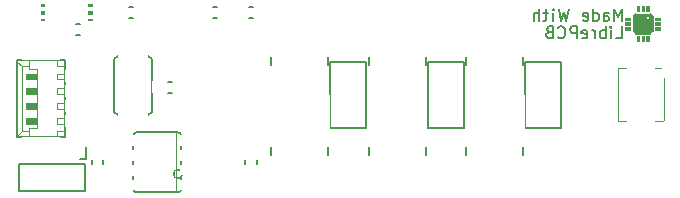
<source format=gbr>
G04 --- HEADER BEGIN --- *
%TF.GenerationSoftware,LibrePCB,LibrePCB,0.1.1-unstable*%
%TF.CreationDate,2019-06-09T12:53:25*%
%TF.ProjectId,Brushless Controller - default,345039e0-aa20-4574-aecf-6ad16ab42204,v1*%
%TF.Part,Single*%
%FSLAX66Y66*%
%MOMM*%
G01*
G74*
G04 --- HEADER END --- *
G04 --- APERTURE LIST BEGIN --- *
%ADD10C,0.0*%
%ADD11C,0.15*%
%ADD12C,0.1524*%
%ADD13C,0.0508*%
%ADD14C,0.9144X0.6096*%
%ADD15C,0.127*%
%ADD16C,0.1016*%
%ADD17C,0.2032*%
%ADD18C,0.2*%
%ADD19R,1.4X1.4*%
%ADD20R,1.15X1.05*%
%ADD21R,2.232X0.8604*%
%ADD22R,5.28X2.0288*%
%ADD23R,2.6X2.4*%
%ADD24R,2.36X1.98*%
%ADD25R,3.4X5.2*%
%ADD26R,2.74X5.28*%
%ADD27R,0.9X1.6*%
%ADD28R,5.2X4.5*%
%ADD29R,1.05X1.15*%
%ADD30P,2.74X8X22.5*%
%ADD31R,1.3X1.2*%
%ADD32R,2.2X1.0*%
%ADD33R,3.2X2.3*%
%ADD34R,1.2X1.3*%
%ADD35P,2.74X8X292.5*%
%ADD36C,2.74*%
%ADD37C,1.2*%
G04 --- APERTURE LIST END --- *
G04 --- BOARD BEGIN --- *
D10*
X6508750Y16232500D02*
X6508750Y16082500D01*
X6208750Y16082500D01*
X6208750Y16232500D01*
X6508750Y16232500D01*
G36*
X6508750Y16232500D02*
X6508750Y16082500D01*
X6208750Y16082500D01*
X6208750Y16232500D01*
X6508750Y16232500D01*
G37*
X6508750Y15707500D02*
X6508750Y15407500D01*
X6208750Y15407500D01*
X6208750Y15707500D01*
X6508750Y15707500D01*
G36*
X6508750Y15707500D02*
X6508750Y15407500D01*
X6208750Y15407500D01*
X6208750Y15707500D01*
X6508750Y15707500D01*
G37*
X6508750Y15032500D02*
X6508750Y14882500D01*
X6208750Y14882500D01*
X6208750Y15032500D01*
X6508750Y15032500D01*
G36*
X6508750Y15032500D02*
X6508750Y14882500D01*
X6208750Y14882500D01*
X6208750Y15032500D01*
X6508750Y15032500D01*
G37*
D11*
X10017500Y15082500D02*
X9667500Y15082500D01*
X10017500Y16032500D02*
X9667500Y16032500D01*
D12*
X10287000Y5397500D02*
X13843000Y5397500D01*
X14097000Y571500D02*
G02*
X13843000Y317500I254000J0D01*
G01*
D13*
X13665200Y5397500D02*
X13665200Y317500D01*
D12*
X10033000Y1714500D02*
X10033000Y1460500D01*
X10287000Y317500D02*
X13843000Y317500D01*
X14097000Y4254500D02*
X14097000Y4000500D01*
X10033000Y4254500D02*
X10033000Y4000500D01*
X10033000Y571500D02*
G03*
X10287000Y317500I254000J0D01*
G01*
X13843000Y5397500D02*
G02*
X14097000Y5143500I0J254000D01*
G01*
X10287000Y5397500D02*
G03*
X10033000Y5143500I0J254000D01*
G01*
X10033000Y2984500D02*
X10033000Y2730500D01*
X14097000Y2984500D02*
X14097000Y2730500D01*
X14097000Y1714500D02*
X14097000Y1460500D01*
D14*
X13843000Y1841500D03*
D11*
X12948334Y9682500D02*
X13298334Y9682500D01*
X12948334Y8732500D02*
X13298334Y8732500D01*
D12*
X5969000Y2755900D02*
X381000Y2755900D01*
X381000Y419100D01*
X5969000Y419100D01*
X5969000Y2755900D01*
D15*
X8401250Y11588750D02*
X8731250Y11866250D01*
X11601250Y11588750D02*
X11601250Y7143750D01*
X11271250Y11866250D02*
X11601250Y11588750D01*
X11601250Y7143750D02*
X11271250Y6866250D01*
X11271250Y6866250D02*
X8731250Y6866250D01*
X8401250Y7143750D02*
X8401250Y11588750D01*
X8731250Y11866250D02*
X11271250Y11866250D01*
X8731250Y6866250D02*
X8401250Y7143750D01*
D16*
X51102500Y6332500D02*
X54942500Y6332500D01*
X54942500Y10812500D01*
X51102500Y10812500D01*
X51102500Y6332500D01*
D11*
X16811250Y16032500D02*
X17161250Y16032500D01*
X16811250Y15082500D02*
X17161250Y15082500D01*
D12*
X46291500Y5778500D02*
X46291500Y11366500D01*
X43243500Y11366500D01*
X43243500Y5778500D01*
X46291500Y5778500D01*
D11*
X19827500Y16032500D02*
X20177500Y16032500D01*
X19827500Y15082500D02*
X20177500Y15082500D01*
D17*
X43040000Y11067500D02*
X43040000Y11792500D01*
X38240000Y11792500D02*
X38240000Y11067500D01*
D10*
X2222500Y14882500D02*
X2222500Y15032500D01*
X2522500Y15032500D01*
X2522500Y14882500D01*
X2222500Y14882500D01*
G36*
X2222500Y14882500D02*
X2222500Y15032500D01*
X2522500Y15032500D01*
X2522500Y14882500D01*
X2222500Y14882500D01*
G37*
X2222500Y15407500D02*
X2222500Y15707500D01*
X2522500Y15707500D01*
X2522500Y15407500D01*
X2222500Y15407500D01*
G36*
X2222500Y15407500D02*
X2222500Y15707500D01*
X2522500Y15707500D01*
X2522500Y15407500D01*
X2222500Y15407500D01*
G37*
X2222500Y16082500D02*
X2222500Y16232500D01*
X2522500Y16232500D01*
X2522500Y16082500D01*
X2222500Y16082500D01*
G36*
X2222500Y16082500D02*
X2222500Y16232500D01*
X2522500Y16232500D01*
X2522500Y16082500D01*
X2222500Y16082500D01*
G37*
D11*
X20477500Y3032500D02*
X20477500Y2682500D01*
X19527500Y3032500D02*
X19527500Y2682500D01*
D17*
X43040000Y3447500D02*
X43040000Y4172500D01*
X38240000Y4172500D02*
X38240000Y3447500D01*
X26530000Y11067500D02*
X26530000Y11792500D01*
X21730000Y11792500D02*
X21730000Y11067500D01*
D13*
X4107500Y10380000D02*
X3607500Y10380000D01*
X4107500Y7880000D02*
X3607500Y7880000D01*
X1232500Y11505000D02*
X1232500Y11005000D01*
D10*
X1857500Y9130000D02*
X1857500Y8630000D01*
X982500Y8630000D01*
X982500Y9130000D01*
X1857500Y9130000D01*
G36*
X1857500Y9130000D02*
X1857500Y8630000D01*
X982500Y8630000D01*
X982500Y9130000D01*
X1857500Y9130000D01*
G37*
D17*
X4232500Y11005000D02*
X4232500Y5505000D01*
D13*
X3607500Y6630000D02*
X3607500Y6130000D01*
X607500Y5505000D02*
X232500Y5130000D01*
D10*
X1857500Y6630000D02*
X1857500Y6130000D01*
X982500Y6130000D01*
X982500Y6630000D01*
X1857500Y6630000D01*
G36*
X1857500Y6630000D02*
X1857500Y6130000D01*
X982500Y6130000D01*
X982500Y6630000D01*
X1857500Y6630000D01*
G37*
D13*
X1232500Y5505000D02*
X1232500Y5005000D01*
X3607500Y9130000D02*
X3607500Y8630000D01*
X3607500Y5505000D02*
X3607500Y5005000D01*
X3607500Y6130000D02*
X4107500Y6130000D01*
X1857500Y10755000D02*
X1857500Y5755000D01*
X1232500Y11005000D02*
X607500Y11005000D01*
D17*
X4232500Y11530000D02*
X4232500Y11005000D01*
D13*
X607500Y5505000D02*
X1232500Y5505000D01*
D17*
X4232500Y4980000D02*
X232500Y4980000D01*
D13*
X3607500Y9880000D02*
X4107500Y9880000D01*
X4107500Y9130000D02*
X3607500Y9130000D01*
D17*
X232500Y5130000D02*
X232500Y11380000D01*
D13*
X3607500Y7880000D02*
X3607500Y7380000D01*
X3607500Y10380000D02*
X3607500Y9880000D01*
X3607500Y5505000D02*
X4232500Y5505000D01*
X3607500Y11505000D02*
X3607500Y11005000D01*
D17*
X4232500Y5505000D02*
X4232500Y4980000D01*
D13*
X607500Y11005000D02*
X232500Y11380000D01*
X3607500Y11005000D02*
X4232500Y11005000D01*
X1232500Y11005000D02*
X1232500Y10755000D01*
X3607500Y8630000D02*
X4107500Y8630000D01*
D17*
X232500Y4980000D02*
X232500Y5130000D01*
D13*
X1232500Y5755000D02*
X1232500Y5505000D01*
D10*
X1857500Y10380000D02*
X1857500Y9880000D01*
X982500Y9880000D01*
X982500Y10380000D01*
X1857500Y10380000D01*
G36*
X1857500Y10380000D02*
X1857500Y9880000D01*
X982500Y9880000D01*
X982500Y10380000D01*
X1857500Y10380000D01*
G37*
D13*
X4107500Y6630000D02*
X3607500Y6630000D01*
X607500Y11005000D02*
X607500Y5505000D01*
D17*
X232500Y11530000D02*
X4232500Y11530000D01*
D10*
X1857500Y7880000D02*
X1857500Y7380000D01*
X982500Y7380000D01*
X982500Y7880000D01*
X1857500Y7880000D01*
G36*
X1857500Y7880000D02*
X1857500Y7380000D01*
X982500Y7380000D01*
X982500Y7880000D01*
X1857500Y7880000D01*
G37*
D13*
X1232500Y5755000D02*
X1857500Y5755000D01*
X1232500Y10755000D02*
X1857500Y10755000D01*
X3607500Y7380000D02*
X4107500Y7380000D01*
D17*
X232500Y11380000D02*
X232500Y11530000D01*
D11*
X5572500Y13653750D02*
X5222500Y13653750D01*
X5572500Y14603750D02*
X5222500Y14603750D01*
D17*
X26530000Y3447500D02*
X26530000Y4172500D01*
X21730000Y4172500D02*
X21730000Y3447500D01*
D12*
X38036500Y5778500D02*
X38036500Y11366500D01*
X34988500Y11366500D01*
X34988500Y5778500D01*
X38036500Y5778500D01*
D11*
X6510000Y2682500D02*
X6510000Y3032500D01*
X7460000Y2682500D02*
X7460000Y3032500D01*
D12*
X29781500Y5778500D02*
X29781500Y11366500D01*
X26733500Y11366500D01*
X26733500Y5778500D01*
X29781500Y5778500D01*
D17*
X34785000Y3447500D02*
X34785000Y4172500D01*
X29985000Y4172500D02*
X29985000Y3447500D01*
X34785000Y11067500D02*
X34785000Y11792500D01*
X29985000Y11792500D02*
X29985000Y11067500D01*
D10*
X52121250Y14305000D02*
X51701250Y14305000D01*
X51701250Y14105000D01*
X52121250Y14105000D01*
X52121250Y14305000D01*
G36*
X52121250Y14305000D02*
X51701250Y14305000D01*
X51701250Y14105000D01*
X52121250Y14105000D01*
X52121250Y14305000D01*
G37*
X53281250Y15665000D02*
X53081250Y15665000D01*
X53081250Y16085000D01*
X53281250Y16085000D01*
X53281250Y15665000D01*
G36*
X53281250Y15665000D02*
X53081250Y15665000D01*
X53081250Y16085000D01*
X53281250Y16085000D01*
X53281250Y15665000D01*
G37*
X53681250Y15665000D02*
X53481250Y15665000D01*
X53481250Y16085000D01*
X53681250Y16085000D01*
X53681250Y15665000D01*
G36*
X53681250Y15665000D02*
X53481250Y15665000D01*
X53481250Y16085000D01*
X53681250Y16085000D01*
X53681250Y15665000D01*
G37*
X54241250Y15105000D02*
X54661250Y15105000D01*
X54661250Y14905000D01*
X54241250Y14905000D01*
X54241250Y15105000D01*
G36*
X54241250Y15105000D02*
X54661250Y15105000D01*
X54661250Y14905000D01*
X54241250Y14905000D01*
X54241250Y15105000D01*
G37*
X53281250Y13545000D02*
X53081250Y13545000D01*
X53081250Y13125000D01*
X53281250Y13125000D01*
X53281250Y13545000D01*
G36*
X53281250Y13545000D02*
X53081250Y13545000D01*
X53081250Y13125000D01*
X53281250Y13125000D01*
X53281250Y13545000D01*
G37*
X53816250Y15452000D02*
X52546250Y15452000D01*
G03*
X52334250Y15240000I0J212000D01*
G01*
X52334250Y13970000D01*
G03*
X52546250Y13758000I212000J0D01*
G01*
X53816250Y13758000D01*
G03*
X54028250Y13970000I0J212000D01*
G01*
X54028250Y15070000D01*
X53813250Y15070000D01*
G02*
X53646250Y14903000I167000J0D01*
G01*
G02*
X53479250Y15070000I0J167000D01*
G01*
G02*
X53646250Y15237000I167000J0D01*
G01*
G02*
X53813250Y15070000I0J167000D01*
G01*
X54028250Y15070000D01*
X54028250Y15240000D01*
G03*
X53816250Y15452000I212000J0D01*
G01*
G36*
X53816250Y15452000D02*
X52546250Y15452000D01*
G03*
X52334250Y15240000I0J212000D01*
G01*
X52334250Y13970000D01*
G03*
X52546250Y13758000I212000J0D01*
G01*
X53816250Y13758000D01*
G03*
X54028250Y13970000I0J212000D01*
G01*
X54028250Y15070000D01*
X53813250Y15070000D01*
G02*
X53646250Y14903000I167000J0D01*
G01*
G02*
X53479250Y15070000I0J167000D01*
G01*
G02*
X53646250Y15237000I167000J0D01*
G01*
G02*
X53813250Y15070000I0J167000D01*
G01*
X54028250Y15070000D01*
X54028250Y15240000D01*
G03*
X53816250Y15452000I212000J0D01*
G01*
G37*
X52121250Y15105000D02*
X51701250Y15105000D01*
X51701250Y14905000D01*
X52121250Y14905000D01*
X52121250Y15105000D01*
G36*
X52121250Y15105000D02*
X51701250Y15105000D01*
X51701250Y14905000D01*
X52121250Y14905000D01*
X52121250Y15105000D01*
G37*
X52881250Y15665000D02*
X52681250Y15665000D01*
X52681250Y16085000D01*
X52881250Y16085000D01*
X52881250Y15665000D01*
G36*
X52881250Y15665000D02*
X52681250Y15665000D01*
X52681250Y16085000D01*
X52881250Y16085000D01*
X52881250Y15665000D01*
G37*
X54241250Y14705000D02*
X54661250Y14705000D01*
X54661250Y14505000D01*
X54241250Y14505000D01*
X54241250Y14705000D01*
G36*
X54241250Y14705000D02*
X54661250Y14705000D01*
X54661250Y14505000D01*
X54241250Y14505000D01*
X54241250Y14705000D01*
G37*
X53681250Y13545000D02*
X53481250Y13545000D01*
X53481250Y13125000D01*
X53681250Y13125000D01*
X53681250Y13545000D01*
G36*
X53681250Y13545000D02*
X53481250Y13545000D01*
X53481250Y13125000D01*
X53681250Y13125000D01*
X53681250Y13545000D01*
G37*
X54241250Y14305000D02*
X54661250Y14305000D01*
X54661250Y14105000D01*
X54241250Y14105000D01*
X54241250Y14305000D01*
G36*
X54241250Y14305000D02*
X54661250Y14305000D01*
X54661250Y14105000D01*
X54241250Y14105000D01*
X54241250Y14305000D01*
G37*
X52881250Y13545000D02*
X52681250Y13545000D01*
X52681250Y13125000D01*
X52881250Y13125000D01*
X52881250Y13545000D01*
G36*
X52881250Y13545000D02*
X52681250Y13545000D01*
X52681250Y13125000D01*
X52881250Y13125000D01*
X52881250Y13545000D01*
G37*
X52121250Y14705000D02*
X51701250Y14705000D01*
X51701250Y14505000D01*
X52121250Y14505000D01*
X52121250Y14705000D01*
G36*
X52121250Y14705000D02*
X51701250Y14705000D01*
X51701250Y14505000D01*
X52121250Y14505000D01*
X52121250Y14705000D01*
G37*
D18*
X51398750Y14845000D02*
X51398750Y15845000D01*
X51065417Y15130556D01*
X50732083Y15845000D01*
X50732083Y14845000D01*
X49855416Y14845000D02*
X49855416Y15368333D01*
X49903194Y15463889D01*
X49998750Y15511667D01*
X50188750Y15511667D01*
X50284305Y15463889D01*
X49855416Y14892778D02*
X49950972Y14845000D01*
X50188750Y14845000D01*
X50284305Y14892778D01*
X50332083Y14988333D01*
X50332083Y15082778D01*
X50284305Y15178333D01*
X50188750Y15226111D01*
X49950972Y15226111D01*
X49855416Y15273889D01*
X48978749Y14845000D02*
X48978749Y15845000D01*
X48978749Y14892778D02*
X49074305Y14845000D01*
X49265416Y14845000D01*
X49359860Y14892778D01*
X49407638Y14940556D01*
X49455416Y15035000D01*
X49455416Y15321667D01*
X49407638Y15416111D01*
X49359860Y15463889D01*
X49265416Y15511667D01*
X49074305Y15511667D01*
X48978749Y15463889D01*
X48149860Y14892778D02*
X48245416Y14845000D01*
X48435416Y14845000D01*
X48530971Y14892778D01*
X48578749Y14988333D01*
X48578749Y15368333D01*
X48530971Y15463889D01*
X48435416Y15511667D01*
X48245416Y15511667D01*
X48149860Y15463889D01*
X48102082Y15368333D01*
X48102082Y15273889D01*
X48578749Y15178333D01*
X46902083Y15845000D02*
X46664305Y14845000D01*
X46473194Y15559444D01*
X46283194Y14845000D01*
X46045416Y15845000D01*
X45597638Y14845000D02*
X45597638Y15511667D01*
X45597638Y15845000D02*
X45645416Y15797222D01*
X45597638Y15749444D01*
X45549860Y15797222D01*
X45597638Y15845000D01*
X45597638Y15749444D01*
X45149860Y15511667D02*
X44768749Y15511667D01*
X45006527Y15845000D02*
X45006527Y14988333D01*
X44959860Y14892778D01*
X44864304Y14845000D01*
X44768749Y14845000D01*
X44368749Y14845000D02*
X44368749Y15845000D01*
X43939860Y14845000D02*
X43939860Y15368333D01*
X43987638Y15463889D01*
X44083193Y15511667D01*
X44225416Y15511667D01*
X44320971Y15463889D01*
X44368749Y15416111D01*
X50922083Y13365000D02*
X51398750Y13365000D01*
X51398750Y14365000D01*
X50474305Y13365000D02*
X50474305Y14031667D01*
X50474305Y14365000D02*
X50522083Y14317222D01*
X50474305Y14269444D01*
X50426527Y14317222D01*
X50474305Y14365000D01*
X50474305Y14269444D01*
X50026527Y13365000D02*
X50026527Y14365000D01*
X50026527Y13983889D02*
X49930971Y14031667D01*
X49740971Y14031667D01*
X49645416Y13983889D01*
X49597638Y13936111D01*
X49549860Y13841667D01*
X49549860Y13555000D01*
X49597638Y13460556D01*
X49645416Y13412778D01*
X49740971Y13365000D01*
X49930971Y13365000D01*
X50026527Y13412778D01*
X49149860Y13365000D02*
X49149860Y14031667D01*
X49149860Y13841667D02*
X49102082Y13936111D01*
X49054304Y13983889D01*
X48959860Y14031667D01*
X48864304Y14031667D01*
X48035415Y13412778D02*
X48130971Y13365000D01*
X48320971Y13365000D01*
X48416526Y13412778D01*
X48464304Y13508333D01*
X48464304Y13888333D01*
X48416526Y13983889D01*
X48320971Y14031667D01*
X48130971Y14031667D01*
X48035415Y13983889D01*
X47987637Y13888333D01*
X47987637Y13793889D01*
X48464304Y13698333D01*
X47587637Y13365000D02*
X47587637Y14365000D01*
X47206526Y14365000D01*
X47110970Y14317222D01*
X47064304Y14269444D01*
X47016526Y14175000D01*
X47016526Y14031667D01*
X47064304Y13936111D01*
X47110970Y13888333D01*
X47206526Y13841667D01*
X47587637Y13841667D01*
X45997637Y13460556D02*
X46045415Y13412778D01*
X46187637Y13365000D01*
X46283193Y13365000D01*
X46426526Y13412778D01*
X46520970Y13508333D01*
X46568748Y13602778D01*
X46616526Y13793889D01*
X46616526Y13936111D01*
X46568748Y14127222D01*
X46520970Y14221667D01*
X46426526Y14317222D01*
X46283193Y14365000D01*
X46187637Y14365000D01*
X46045415Y14317222D01*
X45997637Y14269444D01*
X45264304Y13888333D02*
X45120970Y13841667D01*
X45074304Y13793889D01*
X45026526Y13698333D01*
X45026526Y13555000D01*
X45074304Y13460556D01*
X45120970Y13412778D01*
X45216526Y13365000D01*
X45597637Y13365000D01*
X45597637Y14365000D01*
X45264304Y14365000D01*
X45168748Y14317222D01*
X45120970Y14269444D01*
X45074304Y14175000D01*
X45074304Y14079444D01*
X45120970Y13983889D01*
X45168748Y13936111D01*
X45264304Y13888333D01*
X45597637Y13888333D01*
X5555833Y3175000D02*
X6032500Y3175000D01*
X6032500Y4175000D01*
%LPC*%
D19*
X7558750Y15557500D03*
X5458750Y15557500D03*
D20*
X8967500Y15557500D03*
X10717500Y15557500D03*
D21*
X15138400Y952500D03*
X8991600Y2222500D03*
X8991600Y952500D03*
X15138400Y3492500D03*
X8991600Y3492500D03*
X8991600Y4762500D03*
X15138400Y4762500D03*
X15138400Y2222500D03*
D20*
X13998334Y9207500D03*
X12248334Y9207500D03*
D22*
X3175000Y1587500D03*
D23*
X10001250Y11416250D03*
X10001250Y7316250D03*
D24*
X53022500Y10602500D03*
X53022500Y6532500D03*
D25*
X49987200Y2857500D03*
X45262800Y2857500D03*
D20*
X17861250Y15557500D03*
X16111250Y15557500D03*
D26*
X44767500Y8572500D03*
D20*
X20877500Y15557500D03*
X19127500Y15557500D03*
D27*
X38735000Y10367500D03*
X42545000Y10367500D03*
D28*
X40640000Y14017500D03*
D27*
X41275000Y10367500D03*
X40005000Y10367500D03*
D19*
X1172500Y15557500D03*
X3272500Y15557500D03*
D29*
X20002500Y1982500D03*
X20002500Y3732500D03*
D30*
X56197500Y1587500D03*
D27*
X38735000Y2747500D03*
X42545000Y2747500D03*
D28*
X40640000Y6397500D03*
D27*
X41275000Y2747500D03*
X40005000Y2747500D03*
D30*
X56197500Y14922500D03*
D27*
X22225000Y10367500D03*
X26035000Y10367500D03*
D28*
X24130000Y14017500D03*
D27*
X24765000Y10367500D03*
X23495000Y10367500D03*
D31*
X12379166Y6667500D03*
X14079166Y6667500D03*
D32*
X5357500Y8880000D03*
X5357500Y7630000D03*
D33*
X2232500Y12630000D03*
X2232500Y3880000D03*
D32*
X5357500Y10130000D03*
X5357500Y6380000D03*
D20*
X4522500Y14128750D03*
X6272500Y14128750D03*
D31*
X12379166Y7937500D03*
X14079166Y7937500D03*
D27*
X22225000Y2747500D03*
X26035000Y2747500D03*
D28*
X24130000Y6397500D03*
D27*
X24765000Y2747500D03*
X23495000Y2747500D03*
D26*
X36512500Y8572500D03*
D34*
X16986250Y3707500D03*
X16986250Y2007500D03*
D29*
X6985000Y3732500D03*
X6985000Y1982500D03*
D26*
X28257500Y8572500D03*
D31*
X20693750Y10636250D03*
X18993750Y10636250D03*
D27*
X30480000Y2747500D03*
X34290000Y2747500D03*
D28*
X32385000Y6397500D03*
D27*
X33020000Y2747500D03*
X31750000Y2747500D03*
X30480000Y10367500D03*
X34290000Y10367500D03*
D28*
X32385000Y14017500D03*
D27*
X33020000Y10367500D03*
X31750000Y10367500D03*
D35*
X56197500Y5715000D03*
D36*
X56197500Y10795000D03*
D37*
X48895000Y10795000D03*
X47625000Y10795000D03*
X47625000Y12065000D03*
X48895000Y12065000D03*
X44132500Y13970000D03*
X10953750Y2857500D03*
X27622500Y13970000D03*
X35877500Y13970000D03*
G04 --- BOARD END --- *
%TF.MD5,53ad538e7720b20ccd4f6de9f7f25ce7*%
M02*

</source>
